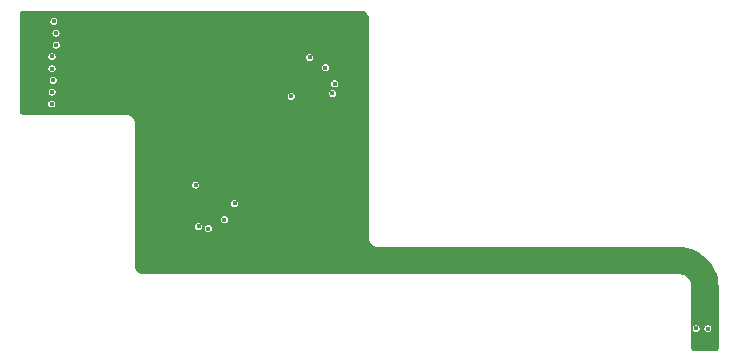
<source format=gbr>
%TF.GenerationSoftware,KiCad,Pcbnew,9.0.1*%
%TF.CreationDate,2025-05-20T09:40:34+02:00*%
%TF.ProjectId,Card_Adapter_Flex_AddOn,43617264-5f41-4646-9170-7465725f466c,0*%
%TF.SameCoordinates,Original*%
%TF.FileFunction,Copper,L2,Inr*%
%TF.FilePolarity,Positive*%
%FSLAX46Y46*%
G04 Gerber Fmt 4.6, Leading zero omitted, Abs format (unit mm)*
G04 Created by KiCad (PCBNEW 9.0.1) date 2025-05-20 09:40:34*
%MOMM*%
%LPD*%
G01*
G04 APERTURE LIST*
%TA.AperFunction,ViaPad*%
%ADD10C,0.400000*%
%TD*%
G04 APERTURE END LIST*
D10*
%TO.N,GND*%
X65100000Y-54950000D03*
X88060000Y-61010000D03*
X79885000Y-70880002D03*
X81215000Y-66660000D03*
X84630000Y-60130000D03*
X90810000Y-58740000D03*
X89720002Y-58000000D03*
X82335000Y-68880000D03*
X120950000Y-79440000D03*
X79145000Y-71970000D03*
X65100000Y-60950000D03*
X80324750Y-67333142D03*
X89470000Y-61470000D03*
X85500000Y-56670000D03*
X65100000Y-56950000D03*
X76415000Y-70630000D03*
X80935000Y-65780000D03*
X87720000Y-55550000D03*
X65100000Y-55950000D03*
X86173142Y-57560250D03*
X65100000Y-57950000D03*
X84620000Y-56950000D03*
X65100000Y-53950000D03*
X65100000Y-52950000D03*
X65100000Y-58950000D03*
X65100000Y-59950000D03*
X76875000Y-69220000D03*
X77755000Y-65790000D03*
X86160000Y-60770000D03*
X77115000Y-67320000D03*
%TO.N,Heim_time_in*%
X121450000Y-79470000D03*
%TO.N,Master_trigger_in*%
X120450000Y-79460000D03*
%TO.N,+3V3*%
X81375000Y-68880000D03*
X78075000Y-67320000D03*
X89850000Y-58740000D03*
X86160000Y-59810000D03*
X79145000Y-71010000D03*
X89660000Y-59560000D03*
X80510000Y-70240000D03*
X89070000Y-57370000D03*
X87720000Y-56510000D03*
X78325000Y-70820000D03*
%TO.N,Heim_time_out_1*%
X65910797Y-56426770D03*
%TO.N,Heim_time_out_2*%
X66280000Y-55460000D03*
%TO.N,Heim_time_out_3*%
X66250000Y-54450000D03*
%TO.N,Heim_time_out_4*%
X66070000Y-53450000D03*
%TO.N,Master_trigger_out_1*%
X65890507Y-60440768D03*
%TO.N,Master_trigger_out_2*%
X65920000Y-59450000D03*
%TO.N,Master_trigger_out_3*%
X66010000Y-58450000D03*
%TO.N,Master_trigger_out_4*%
X65913783Y-57451412D03*
%TD*%
%TA.AperFunction,Conductor*%
%TO.N,GND*%
G36*
X92112733Y-52550807D02*
G01*
X92249048Y-52566166D01*
X92259732Y-52568605D01*
X92386596Y-52612997D01*
X92396478Y-52617756D01*
X92510283Y-52689263D01*
X92518862Y-52696105D01*
X92613894Y-52791137D01*
X92620736Y-52799716D01*
X92692242Y-52913519D01*
X92697002Y-52923404D01*
X92741392Y-53050260D01*
X92743834Y-53060958D01*
X92759192Y-53197266D01*
X92759500Y-53202752D01*
X92759500Y-71693071D01*
X92759500Y-71720000D01*
X92759500Y-71803767D01*
X92771586Y-71864527D01*
X92792183Y-71968079D01*
X92792185Y-71968085D01*
X92856296Y-72122862D01*
X92949371Y-72262159D01*
X93067840Y-72380628D01*
X93204214Y-72471750D01*
X93207137Y-72473703D01*
X93361918Y-72537816D01*
X93526233Y-72570500D01*
X93590009Y-72570500D01*
X118973071Y-72570500D01*
X118998714Y-72570500D01*
X119001278Y-72570567D01*
X119347561Y-72588715D01*
X119352643Y-72589249D01*
X119693871Y-72643294D01*
X119698883Y-72644360D01*
X120032574Y-72733772D01*
X120037446Y-72735355D01*
X120359968Y-72859159D01*
X120364644Y-72861241D01*
X120672462Y-73018082D01*
X120676900Y-73020644D01*
X120966638Y-73208802D01*
X120970775Y-73211808D01*
X121062494Y-73286080D01*
X121239260Y-73429222D01*
X121243071Y-73432654D01*
X121487345Y-73676928D01*
X121490777Y-73680739D01*
X121708186Y-73949217D01*
X121711201Y-73953367D01*
X121899353Y-74243096D01*
X121901917Y-74247537D01*
X122058756Y-74555350D01*
X122060842Y-74560036D01*
X122184643Y-74882550D01*
X122186228Y-74887428D01*
X122275638Y-75221113D01*
X122276705Y-75226130D01*
X122330749Y-75567346D01*
X122331285Y-75572446D01*
X122349433Y-75918720D01*
X122349500Y-75921285D01*
X122349500Y-81166142D01*
X122348897Y-81173807D01*
X122348897Y-81173808D01*
X122340949Y-81223985D01*
X122336211Y-81238565D01*
X122314921Y-81280349D01*
X122305910Y-81292751D01*
X122272751Y-81325910D01*
X122260349Y-81334921D01*
X122218565Y-81356211D01*
X122203985Y-81360949D01*
X122159831Y-81367942D01*
X122153806Y-81368897D01*
X122146142Y-81369500D01*
X120253858Y-81369500D01*
X120246193Y-81368897D01*
X120238950Y-81367749D01*
X120196014Y-81360949D01*
X120181434Y-81356211D01*
X120139650Y-81334921D01*
X120127248Y-81325910D01*
X120094089Y-81292751D01*
X120085078Y-81280349D01*
X120063788Y-81238565D01*
X120059050Y-81223984D01*
X120051103Y-81173807D01*
X120050500Y-81166142D01*
X120050500Y-79420436D01*
X120149500Y-79420436D01*
X120149500Y-79499563D01*
X120169979Y-79575989D01*
X120169979Y-79575991D01*
X120209540Y-79644511D01*
X120265489Y-79700460D01*
X120334011Y-79740021D01*
X120369478Y-79749524D01*
X120410436Y-79760500D01*
X120410438Y-79760500D01*
X120489564Y-79760500D01*
X120516230Y-79753354D01*
X120565989Y-79740021D01*
X120634511Y-79700460D01*
X120690460Y-79644511D01*
X120730021Y-79575989D01*
X120747820Y-79509563D01*
X120750500Y-79499563D01*
X120750500Y-79430436D01*
X121149500Y-79430436D01*
X121149500Y-79509563D01*
X121169979Y-79585989D01*
X121169979Y-79585991D01*
X121203767Y-79644512D01*
X121209540Y-79654511D01*
X121265489Y-79710460D01*
X121334011Y-79750021D01*
X121369478Y-79759524D01*
X121410436Y-79770500D01*
X121410438Y-79770500D01*
X121489564Y-79770500D01*
X121516230Y-79763354D01*
X121565989Y-79750021D01*
X121634511Y-79710460D01*
X121690460Y-79654511D01*
X121730021Y-79585989D01*
X121750500Y-79509562D01*
X121750500Y-79430438D01*
X121750500Y-79430436D01*
X121741843Y-79398134D01*
X121730021Y-79354011D01*
X121730020Y-79354009D01*
X121730020Y-79354008D01*
X121690459Y-79285488D01*
X121634511Y-79229540D01*
X121565990Y-79189979D01*
X121489564Y-79169500D01*
X121489562Y-79169500D01*
X121410438Y-79169500D01*
X121410436Y-79169500D01*
X121334010Y-79189979D01*
X121334008Y-79189979D01*
X121265488Y-79229540D01*
X121265488Y-79229541D01*
X121209541Y-79285488D01*
X121209540Y-79285488D01*
X121169979Y-79354008D01*
X121169979Y-79354010D01*
X121149500Y-79430436D01*
X120750500Y-79430436D01*
X120750500Y-79420436D01*
X120741843Y-79388134D01*
X120730021Y-79344011D01*
X120730020Y-79344009D01*
X120730020Y-79344008D01*
X120690459Y-79275488D01*
X120634511Y-79219540D01*
X120565990Y-79179979D01*
X120489564Y-79159500D01*
X120489562Y-79159500D01*
X120410438Y-79159500D01*
X120410436Y-79159500D01*
X120334010Y-79179979D01*
X120334008Y-79179979D01*
X120265488Y-79219540D01*
X120265488Y-79219541D01*
X120209541Y-79275488D01*
X120209540Y-79275488D01*
X120169979Y-79344008D01*
X120169979Y-79344010D01*
X120149500Y-79420436D01*
X120050500Y-79420436D01*
X120050500Y-75828099D01*
X120050500Y-75828093D01*
X120018581Y-75647072D01*
X119955713Y-75474344D01*
X119955711Y-75474340D01*
X119955709Y-75474336D01*
X119863809Y-75315160D01*
X119863806Y-75315156D01*
X119745653Y-75174347D01*
X119604844Y-75056194D01*
X119604843Y-75056193D01*
X119604839Y-75056190D01*
X119445663Y-74964290D01*
X119445654Y-74964286D01*
X119272932Y-74901420D01*
X119272929Y-74901419D01*
X119272928Y-74901419D01*
X119091907Y-74869500D01*
X73612752Y-74869500D01*
X73607266Y-74869192D01*
X73470958Y-74853834D01*
X73460260Y-74851392D01*
X73333404Y-74807002D01*
X73323519Y-74802242D01*
X73209716Y-74730736D01*
X73201137Y-74723894D01*
X73106105Y-74628862D01*
X73099263Y-74620283D01*
X73027757Y-74506480D01*
X73022997Y-74496595D01*
X73013020Y-74468082D01*
X72978605Y-74369732D01*
X72976166Y-74359048D01*
X72960808Y-74222733D01*
X72960500Y-74217247D01*
X72960500Y-70780436D01*
X78024500Y-70780436D01*
X78024500Y-70859563D01*
X78044979Y-70935989D01*
X78044979Y-70935991D01*
X78084540Y-71004511D01*
X78140489Y-71060460D01*
X78209011Y-71100021D01*
X78244478Y-71109524D01*
X78285436Y-71120500D01*
X78285438Y-71120500D01*
X78364564Y-71120500D01*
X78391230Y-71113354D01*
X78440989Y-71100021D01*
X78509511Y-71060460D01*
X78565460Y-71004511D01*
X78585132Y-70970436D01*
X78844500Y-70970436D01*
X78844500Y-71049563D01*
X78864979Y-71125989D01*
X78864979Y-71125991D01*
X78904540Y-71194511D01*
X78960489Y-71250460D01*
X79029011Y-71290021D01*
X79064478Y-71299524D01*
X79105436Y-71310500D01*
X79105438Y-71310500D01*
X79184564Y-71310500D01*
X79211230Y-71303354D01*
X79260989Y-71290021D01*
X79329511Y-71250460D01*
X79385460Y-71194511D01*
X79425021Y-71125989D01*
X79445500Y-71049562D01*
X79445500Y-70970438D01*
X79445500Y-70970436D01*
X79436269Y-70935989D01*
X79425021Y-70894011D01*
X79425020Y-70894009D01*
X79425020Y-70894008D01*
X79385459Y-70825488D01*
X79329511Y-70769540D01*
X79260990Y-70729979D01*
X79184564Y-70709500D01*
X79184562Y-70709500D01*
X79105438Y-70709500D01*
X79105436Y-70709500D01*
X79029010Y-70729979D01*
X79029008Y-70729979D01*
X78960488Y-70769540D01*
X78960488Y-70769541D01*
X78904541Y-70825488D01*
X78904540Y-70825488D01*
X78864979Y-70894008D01*
X78864979Y-70894010D01*
X78844500Y-70970436D01*
X78585132Y-70970436D01*
X78587900Y-70965642D01*
X78601132Y-70942726D01*
X78602574Y-70940227D01*
X78605021Y-70935989D01*
X78625500Y-70859562D01*
X78625500Y-70780438D01*
X78625500Y-70780436D01*
X78611979Y-70729979D01*
X78605021Y-70704011D01*
X78605020Y-70704009D01*
X78605020Y-70704008D01*
X78565459Y-70635488D01*
X78509511Y-70579540D01*
X78440990Y-70539979D01*
X78364564Y-70519500D01*
X78364562Y-70519500D01*
X78285438Y-70519500D01*
X78285436Y-70519500D01*
X78209010Y-70539979D01*
X78209008Y-70539979D01*
X78140488Y-70579540D01*
X78140488Y-70579541D01*
X78084541Y-70635488D01*
X78084540Y-70635488D01*
X78044979Y-70704008D01*
X78044979Y-70704010D01*
X78024500Y-70780436D01*
X72960500Y-70780436D01*
X72960500Y-70200436D01*
X80209500Y-70200436D01*
X80209500Y-70279563D01*
X80229979Y-70355989D01*
X80229979Y-70355991D01*
X80269540Y-70424511D01*
X80325489Y-70480460D01*
X80375649Y-70509420D01*
X80393108Y-70519500D01*
X80394011Y-70520021D01*
X80429478Y-70529524D01*
X80470436Y-70540500D01*
X80470438Y-70540500D01*
X80549564Y-70540500D01*
X80576230Y-70533354D01*
X80625989Y-70520021D01*
X80626892Y-70519500D01*
X80635170Y-70514720D01*
X80694511Y-70480460D01*
X80750460Y-70424511D01*
X80790021Y-70355989D01*
X80810500Y-70279562D01*
X80810500Y-70200438D01*
X80810500Y-70200436D01*
X80801843Y-70168134D01*
X80790021Y-70124011D01*
X80790020Y-70124009D01*
X80790020Y-70124008D01*
X80750459Y-70055488D01*
X80694511Y-69999540D01*
X80625990Y-69959979D01*
X80549564Y-69939500D01*
X80549562Y-69939500D01*
X80470438Y-69939500D01*
X80470436Y-69939500D01*
X80394010Y-69959979D01*
X80394008Y-69959979D01*
X80325488Y-69999540D01*
X80325488Y-69999541D01*
X80269541Y-70055488D01*
X80269540Y-70055488D01*
X80229979Y-70124008D01*
X80229979Y-70124010D01*
X80209500Y-70200436D01*
X72960500Y-70200436D01*
X72960500Y-68840436D01*
X81074500Y-68840436D01*
X81074500Y-68919563D01*
X81094979Y-68995989D01*
X81094979Y-68995991D01*
X81134540Y-69064511D01*
X81190489Y-69120460D01*
X81259011Y-69160021D01*
X81294478Y-69169524D01*
X81335436Y-69180500D01*
X81335438Y-69180500D01*
X81414564Y-69180500D01*
X81441230Y-69173354D01*
X81490989Y-69160021D01*
X81559511Y-69120460D01*
X81615460Y-69064511D01*
X81655021Y-68995989D01*
X81675500Y-68919562D01*
X81675500Y-68840438D01*
X81675500Y-68840436D01*
X81666843Y-68808134D01*
X81655021Y-68764011D01*
X81655020Y-68764009D01*
X81655020Y-68764008D01*
X81615459Y-68695488D01*
X81559511Y-68639540D01*
X81490990Y-68599979D01*
X81414564Y-68579500D01*
X81414562Y-68579500D01*
X81335438Y-68579500D01*
X81335436Y-68579500D01*
X81259010Y-68599979D01*
X81259008Y-68599979D01*
X81190488Y-68639540D01*
X81190488Y-68639541D01*
X81134541Y-68695488D01*
X81134540Y-68695488D01*
X81094979Y-68764008D01*
X81094979Y-68764010D01*
X81074500Y-68840436D01*
X72960500Y-68840436D01*
X72960500Y-67280436D01*
X77774500Y-67280436D01*
X77774500Y-67359563D01*
X77794979Y-67435989D01*
X77794979Y-67435991D01*
X77834540Y-67504511D01*
X77890489Y-67560460D01*
X77959011Y-67600021D01*
X77994478Y-67609524D01*
X78035436Y-67620500D01*
X78035438Y-67620500D01*
X78114564Y-67620500D01*
X78141230Y-67613354D01*
X78190989Y-67600021D01*
X78259511Y-67560460D01*
X78315460Y-67504511D01*
X78355021Y-67435989D01*
X78375500Y-67359562D01*
X78375500Y-67280438D01*
X78375500Y-67280436D01*
X78366843Y-67248134D01*
X78355021Y-67204011D01*
X78355020Y-67204009D01*
X78355020Y-67204008D01*
X78315459Y-67135488D01*
X78259511Y-67079540D01*
X78190990Y-67039979D01*
X78114564Y-67019500D01*
X78114562Y-67019500D01*
X78035438Y-67019500D01*
X78035436Y-67019500D01*
X77959010Y-67039979D01*
X77959008Y-67039979D01*
X77890488Y-67079540D01*
X77890488Y-67079541D01*
X77834541Y-67135488D01*
X77834540Y-67135488D01*
X77794979Y-67204008D01*
X77794979Y-67204010D01*
X77774500Y-67280436D01*
X72960500Y-67280436D01*
X72960500Y-62116236D01*
X72960500Y-62116233D01*
X72927816Y-61951918D01*
X72863703Y-61797137D01*
X72862304Y-61795043D01*
X72770628Y-61657840D01*
X72652159Y-61539371D01*
X72512862Y-61446296D01*
X72358085Y-61382185D01*
X72358079Y-61382183D01*
X72291816Y-61369002D01*
X72193767Y-61349500D01*
X72193764Y-61349500D01*
X63403858Y-61349500D01*
X63396193Y-61348897D01*
X63388950Y-61347749D01*
X63346014Y-61340949D01*
X63331434Y-61336211D01*
X63289650Y-61314921D01*
X63277248Y-61305910D01*
X63244089Y-61272751D01*
X63235078Y-61260349D01*
X63213788Y-61218565D01*
X63209050Y-61203984D01*
X63201103Y-61153807D01*
X63200500Y-61146142D01*
X63200500Y-60401204D01*
X65590007Y-60401204D01*
X65590007Y-60480331D01*
X65610486Y-60556757D01*
X65610486Y-60556759D01*
X65650047Y-60625279D01*
X65705996Y-60681228D01*
X65774518Y-60720789D01*
X65809985Y-60730292D01*
X65850943Y-60741268D01*
X65850945Y-60741268D01*
X65930071Y-60741268D01*
X65956737Y-60734122D01*
X66006496Y-60720789D01*
X66075018Y-60681228D01*
X66130967Y-60625279D01*
X66170528Y-60556757D01*
X66191007Y-60480330D01*
X66191007Y-60401206D01*
X66191007Y-60401204D01*
X66182350Y-60368902D01*
X66170528Y-60324779D01*
X66170527Y-60324777D01*
X66170527Y-60324776D01*
X66130966Y-60256256D01*
X66075018Y-60200308D01*
X66006497Y-60160747D01*
X65930071Y-60140268D01*
X65930069Y-60140268D01*
X65850945Y-60140268D01*
X65850943Y-60140268D01*
X65774517Y-60160747D01*
X65774515Y-60160747D01*
X65705995Y-60200308D01*
X65705995Y-60200309D01*
X65650048Y-60256256D01*
X65650047Y-60256256D01*
X65610486Y-60324776D01*
X65610486Y-60324778D01*
X65590007Y-60401204D01*
X63200500Y-60401204D01*
X63200500Y-59770436D01*
X85859500Y-59770436D01*
X85859500Y-59849563D01*
X85879979Y-59925989D01*
X85879979Y-59925991D01*
X85919540Y-59994511D01*
X85975489Y-60050460D01*
X86044011Y-60090021D01*
X86079478Y-60099524D01*
X86120436Y-60110500D01*
X86120438Y-60110500D01*
X86199564Y-60110500D01*
X86226230Y-60103354D01*
X86275989Y-60090021D01*
X86344511Y-60050460D01*
X86400460Y-59994511D01*
X86440021Y-59925989D01*
X86460500Y-59849562D01*
X86460500Y-59770438D01*
X86460500Y-59770436D01*
X86449670Y-59730020D01*
X86440021Y-59694011D01*
X86440020Y-59694009D01*
X86440020Y-59694008D01*
X86400459Y-59625488D01*
X86344513Y-59569542D01*
X86344511Y-59569540D01*
X86327398Y-59559660D01*
X86327398Y-59559659D01*
X86275990Y-59529979D01*
X86240376Y-59520436D01*
X89359500Y-59520436D01*
X89359500Y-59599563D01*
X89379979Y-59675989D01*
X89379979Y-59675991D01*
X89411174Y-59730021D01*
X89419540Y-59744511D01*
X89475489Y-59800460D01*
X89544011Y-59840021D01*
X89579478Y-59849524D01*
X89620436Y-59860500D01*
X89620438Y-59860500D01*
X89699564Y-59860500D01*
X89726230Y-59853354D01*
X89775989Y-59840021D01*
X89844511Y-59800460D01*
X89900460Y-59744511D01*
X89940021Y-59675989D01*
X89960500Y-59599562D01*
X89960500Y-59520438D01*
X89960500Y-59520436D01*
X89951843Y-59488134D01*
X89940021Y-59444011D01*
X89940020Y-59444009D01*
X89940020Y-59444008D01*
X89900459Y-59375488D01*
X89844511Y-59319540D01*
X89775990Y-59279979D01*
X89699564Y-59259500D01*
X89699562Y-59259500D01*
X89620438Y-59259500D01*
X89620436Y-59259500D01*
X89544010Y-59279979D01*
X89544008Y-59279979D01*
X89475488Y-59319540D01*
X89475488Y-59319541D01*
X89419541Y-59375488D01*
X89419540Y-59375488D01*
X89379979Y-59444008D01*
X89379979Y-59444010D01*
X89359500Y-59520436D01*
X86240376Y-59520436D01*
X86199564Y-59509500D01*
X86199562Y-59509500D01*
X86120438Y-59509500D01*
X86120436Y-59509500D01*
X86044010Y-59529979D01*
X86044008Y-59529979D01*
X85975488Y-59569540D01*
X85975488Y-59569541D01*
X85919541Y-59625488D01*
X85919540Y-59625488D01*
X85879979Y-59694008D01*
X85879979Y-59694010D01*
X85859500Y-59770436D01*
X63200500Y-59770436D01*
X63200500Y-59410436D01*
X65619500Y-59410436D01*
X65619500Y-59489563D01*
X65639979Y-59565989D01*
X65639979Y-59565991D01*
X65674331Y-59625489D01*
X65679540Y-59634511D01*
X65735489Y-59690460D01*
X65804011Y-59730021D01*
X65839478Y-59739524D01*
X65880436Y-59750500D01*
X65880438Y-59750500D01*
X65959564Y-59750500D01*
X65986230Y-59743354D01*
X66035989Y-59730021D01*
X66104511Y-59690460D01*
X66160460Y-59634511D01*
X66200021Y-59565989D01*
X66220500Y-59489562D01*
X66220500Y-59410438D01*
X66220500Y-59410436D01*
X66211135Y-59375488D01*
X66200021Y-59334011D01*
X66200020Y-59334009D01*
X66200020Y-59334008D01*
X66160459Y-59265488D01*
X66104511Y-59209540D01*
X66035990Y-59169979D01*
X65959564Y-59149500D01*
X65959562Y-59149500D01*
X65880438Y-59149500D01*
X65880436Y-59149500D01*
X65804010Y-59169979D01*
X65804008Y-59169979D01*
X65735488Y-59209540D01*
X65735488Y-59209541D01*
X65679541Y-59265488D01*
X65679540Y-59265488D01*
X65639979Y-59334008D01*
X65639979Y-59334010D01*
X65619500Y-59410436D01*
X63200500Y-59410436D01*
X63200500Y-58410436D01*
X65709500Y-58410436D01*
X65709500Y-58489563D01*
X65729979Y-58565989D01*
X65729979Y-58565991D01*
X65763476Y-58624008D01*
X65769540Y-58634511D01*
X65825489Y-58690460D01*
X65894011Y-58730021D01*
X65929478Y-58739524D01*
X65970436Y-58750500D01*
X65970438Y-58750500D01*
X66049564Y-58750500D01*
X66076230Y-58743354D01*
X66125989Y-58730021D01*
X66177232Y-58700436D01*
X89549500Y-58700436D01*
X89549500Y-58779563D01*
X89569979Y-58855989D01*
X89569979Y-58855991D01*
X89609540Y-58924511D01*
X89665489Y-58980460D01*
X89734011Y-59020021D01*
X89769478Y-59029524D01*
X89810436Y-59040500D01*
X89810438Y-59040500D01*
X89889564Y-59040500D01*
X89916230Y-59033354D01*
X89965989Y-59020021D01*
X90034511Y-58980460D01*
X90090460Y-58924511D01*
X90130021Y-58855989D01*
X90150500Y-58779562D01*
X90150500Y-58700438D01*
X90150500Y-58700436D01*
X90141843Y-58668134D01*
X90130021Y-58624011D01*
X90130020Y-58624009D01*
X90130020Y-58624008D01*
X90090459Y-58555488D01*
X90034511Y-58499540D01*
X89965990Y-58459979D01*
X89889564Y-58439500D01*
X89889562Y-58439500D01*
X89810438Y-58439500D01*
X89810436Y-58439500D01*
X89734010Y-58459979D01*
X89734008Y-58459979D01*
X89665488Y-58499540D01*
X89665488Y-58499541D01*
X89609541Y-58555488D01*
X89609540Y-58555488D01*
X89569979Y-58624008D01*
X89569979Y-58624010D01*
X89549500Y-58700436D01*
X66177232Y-58700436D01*
X66194511Y-58690460D01*
X66250460Y-58634511D01*
X66290021Y-58565989D01*
X66310500Y-58489562D01*
X66310500Y-58410438D01*
X66310500Y-58410436D01*
X66301843Y-58378134D01*
X66290021Y-58334011D01*
X66290020Y-58334009D01*
X66290020Y-58334008D01*
X66250459Y-58265488D01*
X66194511Y-58209540D01*
X66125990Y-58169979D01*
X66049564Y-58149500D01*
X66049562Y-58149500D01*
X65970438Y-58149500D01*
X65970436Y-58149500D01*
X65894010Y-58169979D01*
X65894008Y-58169979D01*
X65825488Y-58209540D01*
X65825488Y-58209541D01*
X65769541Y-58265488D01*
X65769540Y-58265488D01*
X65729979Y-58334008D01*
X65729979Y-58334010D01*
X65709500Y-58410436D01*
X63200500Y-58410436D01*
X63200500Y-57411848D01*
X65613283Y-57411848D01*
X65613283Y-57490975D01*
X65633762Y-57567401D01*
X65633762Y-57567403D01*
X65658621Y-57610459D01*
X65673323Y-57635923D01*
X65729272Y-57691872D01*
X65797794Y-57731433D01*
X65833261Y-57740936D01*
X65874219Y-57751912D01*
X65874221Y-57751912D01*
X65953347Y-57751912D01*
X65980013Y-57744766D01*
X66029772Y-57731433D01*
X66098294Y-57691872D01*
X66154243Y-57635923D01*
X66193804Y-57567401D01*
X66214283Y-57490974D01*
X66214283Y-57411850D01*
X66214283Y-57411848D01*
X66195006Y-57339909D01*
X66193804Y-57335423D01*
X66193803Y-57335421D01*
X66193803Y-57335420D01*
X66190925Y-57330436D01*
X88769500Y-57330436D01*
X88769500Y-57409563D01*
X88789979Y-57485989D01*
X88789979Y-57485991D01*
X88829540Y-57554511D01*
X88885489Y-57610460D01*
X88954011Y-57650021D01*
X88989478Y-57659524D01*
X89030436Y-57670500D01*
X89030438Y-57670500D01*
X89109564Y-57670500D01*
X89136230Y-57663354D01*
X89185989Y-57650021D01*
X89254511Y-57610460D01*
X89310460Y-57554511D01*
X89350021Y-57485989D01*
X89369887Y-57411850D01*
X89370500Y-57409563D01*
X89370500Y-57330436D01*
X89361843Y-57298134D01*
X89350021Y-57254011D01*
X89350020Y-57254009D01*
X89350020Y-57254008D01*
X89310459Y-57185488D01*
X89254511Y-57129540D01*
X89185990Y-57089979D01*
X89109564Y-57069500D01*
X89109562Y-57069500D01*
X89030438Y-57069500D01*
X89030436Y-57069500D01*
X88954010Y-57089979D01*
X88954008Y-57089979D01*
X88885488Y-57129540D01*
X88885488Y-57129541D01*
X88829541Y-57185488D01*
X88829540Y-57185488D01*
X88789979Y-57254008D01*
X88789979Y-57254010D01*
X88769500Y-57330436D01*
X66190925Y-57330436D01*
X66154242Y-57266900D01*
X66098294Y-57210952D01*
X66029773Y-57171391D01*
X65953347Y-57150912D01*
X65953345Y-57150912D01*
X65874221Y-57150912D01*
X65874219Y-57150912D01*
X65797793Y-57171391D01*
X65797791Y-57171391D01*
X65729271Y-57210952D01*
X65729271Y-57210953D01*
X65673324Y-57266900D01*
X65673323Y-57266900D01*
X65633762Y-57335420D01*
X65633762Y-57335422D01*
X65613283Y-57411848D01*
X63200500Y-57411848D01*
X63200500Y-56387206D01*
X65610297Y-56387206D01*
X65610297Y-56466333D01*
X65630776Y-56542759D01*
X65630776Y-56542761D01*
X65670337Y-56611281D01*
X65726286Y-56667230D01*
X65794808Y-56706791D01*
X65830275Y-56716294D01*
X65871233Y-56727270D01*
X65871235Y-56727270D01*
X65950361Y-56727270D01*
X65977027Y-56720124D01*
X66026786Y-56706791D01*
X66095308Y-56667230D01*
X66151257Y-56611281D01*
X66190818Y-56542759D01*
X66210197Y-56470438D01*
X66210198Y-56470436D01*
X87419500Y-56470436D01*
X87419500Y-56549563D01*
X87439979Y-56625989D01*
X87439979Y-56625991D01*
X87463789Y-56667230D01*
X87479540Y-56694511D01*
X87535489Y-56750460D01*
X87604011Y-56790021D01*
X87639478Y-56799524D01*
X87680436Y-56810500D01*
X87680438Y-56810500D01*
X87759564Y-56810500D01*
X87786230Y-56803354D01*
X87835989Y-56790021D01*
X87904511Y-56750460D01*
X87960460Y-56694511D01*
X88000021Y-56625989D01*
X88020500Y-56549562D01*
X88020500Y-56470438D01*
X88020500Y-56470436D01*
X88011843Y-56438134D01*
X88000021Y-56394011D01*
X88000020Y-56394009D01*
X88000020Y-56394008D01*
X87960459Y-56325488D01*
X87904511Y-56269540D01*
X87835990Y-56229979D01*
X87759564Y-56209500D01*
X87759562Y-56209500D01*
X87680438Y-56209500D01*
X87680436Y-56209500D01*
X87604010Y-56229979D01*
X87604008Y-56229979D01*
X87535488Y-56269540D01*
X87535488Y-56269541D01*
X87479541Y-56325488D01*
X87479540Y-56325488D01*
X87439979Y-56394008D01*
X87439979Y-56394010D01*
X87419500Y-56470436D01*
X66210198Y-56470436D01*
X66211297Y-56466333D01*
X66211297Y-56387206D01*
X66194759Y-56325489D01*
X66190818Y-56310781D01*
X66190817Y-56310779D01*
X66190817Y-56310778D01*
X66151256Y-56242258D01*
X66095308Y-56186310D01*
X66026787Y-56146749D01*
X65950361Y-56126270D01*
X65950359Y-56126270D01*
X65871235Y-56126270D01*
X65871233Y-56126270D01*
X65794807Y-56146749D01*
X65794805Y-56146749D01*
X65726285Y-56186310D01*
X65726285Y-56186311D01*
X65670338Y-56242258D01*
X65670337Y-56242258D01*
X65630776Y-56310778D01*
X65630776Y-56310780D01*
X65610297Y-56387206D01*
X63200500Y-56387206D01*
X63200500Y-55420436D01*
X65979500Y-55420436D01*
X65979500Y-55499563D01*
X65999979Y-55575989D01*
X65999979Y-55575991D01*
X66039540Y-55644511D01*
X66095489Y-55700460D01*
X66164011Y-55740021D01*
X66199478Y-55749524D01*
X66240436Y-55760500D01*
X66240438Y-55760500D01*
X66319564Y-55760500D01*
X66346230Y-55753354D01*
X66395989Y-55740021D01*
X66464511Y-55700460D01*
X66520460Y-55644511D01*
X66560021Y-55575989D01*
X66580500Y-55499562D01*
X66580500Y-55420438D01*
X66580500Y-55420436D01*
X66571843Y-55388134D01*
X66560021Y-55344011D01*
X66560020Y-55344009D01*
X66560020Y-55344008D01*
X66520459Y-55275488D01*
X66464511Y-55219540D01*
X66395990Y-55179979D01*
X66319564Y-55159500D01*
X66319562Y-55159500D01*
X66240438Y-55159500D01*
X66240436Y-55159500D01*
X66164010Y-55179979D01*
X66164008Y-55179979D01*
X66095488Y-55219540D01*
X66095488Y-55219541D01*
X66039541Y-55275488D01*
X66039540Y-55275488D01*
X65999979Y-55344008D01*
X65999979Y-55344010D01*
X65979500Y-55420436D01*
X63200500Y-55420436D01*
X63200500Y-54410436D01*
X65949500Y-54410436D01*
X65949500Y-54489563D01*
X65969979Y-54565989D01*
X65969979Y-54565991D01*
X66009540Y-54634511D01*
X66065489Y-54690460D01*
X66134011Y-54730021D01*
X66169478Y-54739524D01*
X66210436Y-54750500D01*
X66210438Y-54750500D01*
X66289564Y-54750500D01*
X66316230Y-54743354D01*
X66365989Y-54730021D01*
X66434511Y-54690460D01*
X66490460Y-54634511D01*
X66530021Y-54565989D01*
X66550500Y-54489562D01*
X66550500Y-54410438D01*
X66550500Y-54410436D01*
X66541843Y-54378134D01*
X66530021Y-54334011D01*
X66530020Y-54334009D01*
X66530020Y-54334008D01*
X66490459Y-54265488D01*
X66434511Y-54209540D01*
X66365990Y-54169979D01*
X66289564Y-54149500D01*
X66289562Y-54149500D01*
X66210438Y-54149500D01*
X66210436Y-54149500D01*
X66134010Y-54169979D01*
X66134008Y-54169979D01*
X66065488Y-54209540D01*
X66065488Y-54209541D01*
X66009541Y-54265488D01*
X66009540Y-54265488D01*
X65969979Y-54334008D01*
X65969979Y-54334010D01*
X65949500Y-54410436D01*
X63200500Y-54410436D01*
X63200500Y-53410436D01*
X65769500Y-53410436D01*
X65769500Y-53489563D01*
X65789979Y-53565989D01*
X65789979Y-53565991D01*
X65829540Y-53634511D01*
X65885489Y-53690460D01*
X65954011Y-53730021D01*
X65989478Y-53739524D01*
X66030436Y-53750500D01*
X66030438Y-53750500D01*
X66109564Y-53750500D01*
X66136230Y-53743354D01*
X66185989Y-53730021D01*
X66254511Y-53690460D01*
X66310460Y-53634511D01*
X66350021Y-53565989D01*
X66370500Y-53489562D01*
X66370500Y-53410438D01*
X66370500Y-53410436D01*
X66361843Y-53378134D01*
X66350021Y-53334011D01*
X66350020Y-53334009D01*
X66350020Y-53334008D01*
X66310459Y-53265488D01*
X66254511Y-53209540D01*
X66185990Y-53169979D01*
X66109564Y-53149500D01*
X66109562Y-53149500D01*
X66030438Y-53149500D01*
X66030436Y-53149500D01*
X65954010Y-53169979D01*
X65954008Y-53169979D01*
X65885488Y-53209540D01*
X65885488Y-53209541D01*
X65829541Y-53265488D01*
X65829540Y-53265488D01*
X65789979Y-53334008D01*
X65789979Y-53334010D01*
X65769500Y-53410436D01*
X63200500Y-53410436D01*
X63200500Y-52753857D01*
X63201103Y-52746192D01*
X63209050Y-52696015D01*
X63213788Y-52681434D01*
X63225811Y-52657838D01*
X63235080Y-52639647D01*
X63244086Y-52627251D01*
X63277251Y-52594086D01*
X63289647Y-52585080D01*
X63331436Y-52563787D01*
X63346013Y-52559050D01*
X63396193Y-52551103D01*
X63403858Y-52550500D01*
X63426929Y-52550500D01*
X65080009Y-52550500D01*
X92083071Y-52550500D01*
X92107248Y-52550500D01*
X92112733Y-52550807D01*
G37*
%TD.AperFunction*%
%TD*%
M02*

</source>
